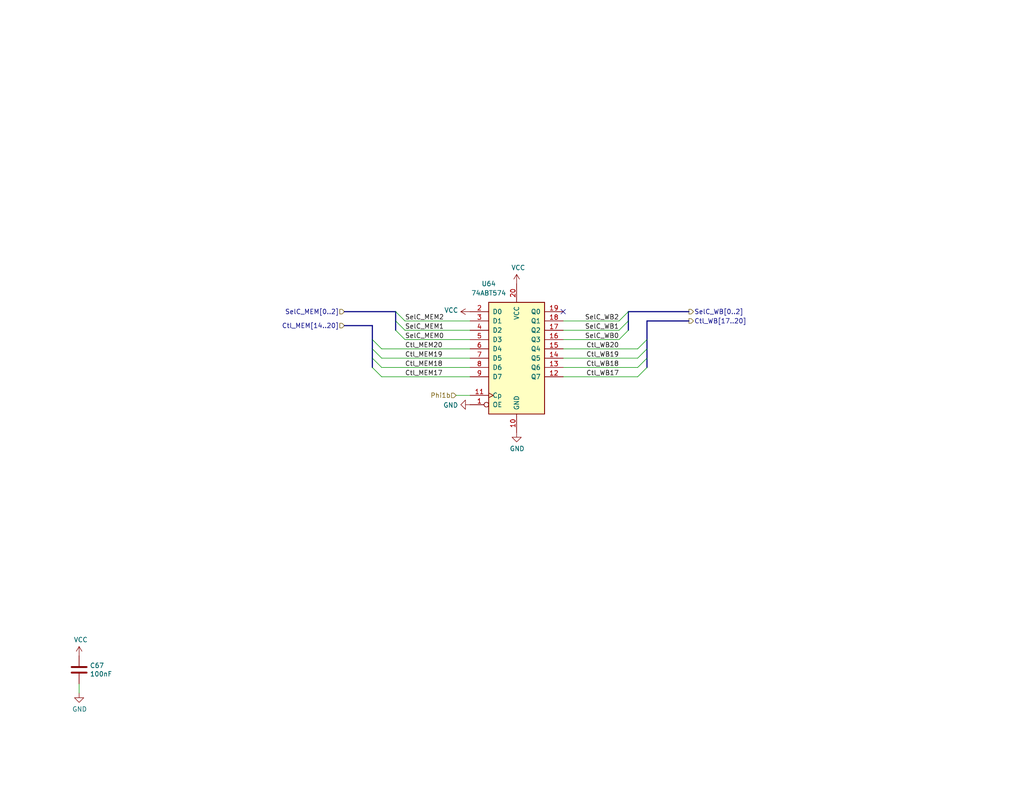
<source format=kicad_sch>
(kicad_sch (version 20230121) (generator eeschema)
  (paper "USLetter")
  (title_block (title "MEM/WB: Control Word Register") (date "2022-09-25") (rev "C"))
  (lib_symbols
    (symbol "74xx:74LS574" (pin_names (offset 1.016))
      (property "Reference" "U" (at -7.62 16.51 0))
      (property "Value" "74LS574" (at -7.62 -16.51 0))
      (symbol "74LS574_1_0"
        (pin input inverted (at -12.7 -12.7 0) (length 5.08) (name "OE") (number "1"))
        (pin power_in line (at 0 -20.32 90) (length 5.08) (name "GND") (number "10"))
        (pin input clock (at -12.7 -10.16 0) (length 5.08) (name "Cp") (number "11"))
        (pin tri_state line (at 12.7 -5.08 180) (length 5.08) (name "Q7") (number "12"))
        (pin tri_state line (at 12.7 -2.54 180) (length 5.08) (name "Q6") (number "13"))
        (pin tri_state line (at 12.7 0 180) (length 5.08) (name "Q5") (number "14"))
        (pin tri_state line (at 12.7 2.54 180) (length 5.08) (name "Q4") (number "15"))
        (pin tri_state line (at 12.7 5.08 180) (length 5.08) (name "Q3") (number "16"))
        (pin tri_state line (at 12.7 7.62 180) (length 5.08) (name "Q2") (number "17"))
        (pin tri_state line (at 12.7 10.16 180) (length 5.08) (name "Q1") (number "18"))
        (pin tri_state line (at 12.7 12.7 180) (length 5.08) (name "Q0") (number "19"))
        (pin input line (at -12.7 12.7 0) (length 5.08) (name "D0") (number "2"))
        (pin power_in line (at 0 20.32 270) (length 5.08) (name "VCC") (number "20"))
        (pin input line (at -12.7 10.16 0) (length 5.08) (name "D1") (number "3"))
        (pin input line (at -12.7 7.62 0) (length 5.08) (name "D2") (number "4"))
        (pin input line (at -12.7 5.08 0) (length 5.08) (name "D3") (number "5"))
        (pin input line (at -12.7 2.54 0) (length 5.08) (name "D4") (number "6"))
        (pin input line (at -12.7 0 0) (length 5.08) (name "D5") (number "7"))
        (pin input line (at -12.7 -2.54 0) (length 5.08) (name "D6") (number "8"))
        (pin input line (at -12.7 -5.08 0) (length 5.08) (name "D7") (number "9"))
      )
      (symbol "74LS574_1_1"
        (rectangle (start -7.62 15.24) (end 7.62 -15.24) (stroke (width 0.254)) (fill (type background)))
      )
    )
    (symbol "Device:C" (pin_numbers hide) (pin_names (offset 0.254))
      (property "Reference" "C" (at 0.635 2.54 0))
      (property "Value" "C" (at 0.635 -2.54 0))
      (symbol "C_0_1"
        (polyline (pts (xy -2.032 -0.762) (xy 2.032 -0.762)) (stroke (width 0.508)))
        (polyline (pts (xy -2.032 0.762) (xy 2.032 0.762)) (stroke (width 0.508)))
      )
      (symbol "C_1_1"
        (pin passive line (at 0 3.81 270) (length 2.794) (name "~") (number "1"))
        (pin passive line (at 0 -3.81 90) (length 2.794) (name "~") (number "2"))
      )
    )
    (symbol "power:GND" (power) (pin_names (offset 0))
      (property "Value" "GND" (at 0 -3.81 0))
      (symbol "GND_0_1"
        (polyline (pts (xy 0 0) (xy 0 -1.27) (xy 1.27 -1.27) (xy 0 -2.54) (xy -1.27 -1.27) (xy 0 -1.27)))
      )
      (symbol "GND_1_1"
        (pin power_in line (at 0 0 270) (length 0) hide (name "GND") (number "1"))
      )
    )
    (symbol "power:VCC" (power) (pin_names (offset 0))
      (property "Value" "VCC" (at 0 3.81 0))
      (symbol "VCC_0_1"
        (polyline (pts (xy -0.762 1.27) (xy 0 2.54)))
        (polyline (pts (xy 0 0) (xy 0 2.54)))
        (polyline (pts (xy 0 2.54) (xy 0.762 1.27)))
      )
      (symbol "VCC_1_1"
        (pin power_in line (at 0 0 90) (length 0) hide (name "VCC") (number "1"))
      )
    )
  )
  (no_connect (at 153.67 85.09))
  (bus_entry (at 176.53 95.25) (size -2.54 2.54))
  (bus_entry (at 176.53 100.33) (size -2.54 2.54))
  (bus_entry (at 101.6 100.33) (size 2.54 2.54))
  (bus_entry (at 171.45 90.17) (size -2.54 2.54))
  (bus_entry (at 101.6 97.79) (size 2.54 2.54))
  (bus_entry (at 176.53 92.71) (size -2.54 2.54))
  (bus_entry (at 107.95 87.63) (size 2.54 2.54))
  (bus_entry (at 107.95 85.09) (size 2.54 2.54))
  (bus_entry (at 171.45 87.63) (size -2.54 2.54))
  (bus_entry (at 107.95 90.17) (size 2.54 2.54))
  (bus_entry (at 171.45 85.09) (size -2.54 2.54))
  (bus_entry (at 176.53 97.79) (size -2.54 2.54))
  (bus_entry (at 101.6 95.25) (size 2.54 2.54))
  (bus_entry (at 101.6 92.71) (size 2.54 2.54))
  (wire (pts (xy 104.14 95.25) (xy 128.27 95.25)))
  (wire (pts (xy 173.99 97.79) (xy 153.67 97.79)))
  (wire (pts (xy 128.27 90.17) (xy 110.49 90.17)))
  (bus (pts (xy 187.96 85.09) (xy 171.45 85.09)))
  (wire (pts (xy 173.99 102.87) (xy 153.67 102.87)))
  (bus (pts (xy 107.95 85.09) (xy 107.95 87.63)))
  (bus (pts (xy 176.53 97.79) (xy 176.53 100.33)))
  (wire (pts (xy 21.59 189.23) (xy 21.59 186.69)))
  (wire (pts (xy 104.14 100.33) (xy 128.27 100.33)))
  (bus (pts (xy 107.95 87.63) (xy 107.95 90.17)))
  (bus (pts (xy 93.98 88.9) (xy 101.6 88.9)))
  (bus (pts (xy 101.6 92.71) (xy 101.6 95.25)))
  (bus (pts (xy 176.53 92.71) (xy 176.53 95.25)))
  (bus (pts (xy 176.53 87.63) (xy 176.53 92.71)))
  (bus (pts (xy 101.6 97.79) (xy 101.6 100.33)))
  (wire (pts (xy 173.99 100.33) (xy 153.67 100.33)))
  (bus (pts (xy 171.45 85.09) (xy 171.45 87.63)))
  (wire (pts (xy 173.99 95.25) (xy 153.67 95.25)))
  (bus (pts (xy 101.6 88.9) (xy 101.6 92.71)))
  (bus (pts (xy 187.96 87.63) (xy 176.53 87.63)))
  (bus (pts (xy 171.45 87.63) (xy 171.45 90.17)))
  (bus (pts (xy 93.98 85.09) (xy 107.95 85.09)))
  (wire (pts (xy 104.14 102.87) (xy 128.27 102.87)))
  (wire (pts (xy 104.14 97.79) (xy 128.27 97.79)))
  (bus (pts (xy 101.6 95.25) (xy 101.6 97.79)))
  (wire (pts (xy 124.46 107.95) (xy 128.27 107.95)))
  (bus (pts (xy 176.53 95.25) (xy 176.53 97.79)))
  (wire (pts (xy 168.91 87.63) (xy 153.67 87.63)))
  (wire (pts (xy 168.91 92.71) (xy 153.67 92.71)))
  (wire (pts (xy 128.27 87.63) (xy 110.49 87.63)))
  (wire (pts (xy 168.91 90.17) (xy 153.67 90.17)))
  (wire (pts (xy 128.27 92.71) (xy 110.49 92.71)))
  (label "Ctl_WB19" (at 168.91 97.79 180))
  (label "SelC_WB0" (at 168.91 92.71 180))
  (label "Ctl_MEM20" (at 110.49 95.25 0))
  (label "Ctl_WB18" (at 168.91 100.33 180))
  (label "SelC_MEM1" (at 110.49 90.17 0))
  (label "SelC_WB2" (at 168.91 87.63 180))
  (label "SelC_MEM2" (at 110.49 87.63 0))
  (label "SelC_MEM0" (at 110.49 92.71 0))
  (label "SelC_WB1" (at 168.91 90.17 180))
  (label "Ctl_MEM17" (at 110.49 102.87 0))
  (label "Ctl_MEM19" (at 110.49 97.79 0))
  (label "Ctl_WB20" (at 168.91 95.25 180))
  (label "Ctl_MEM18" (at 110.49 100.33 0))
  (label "Ctl_WB17" (at 168.91 102.87 180))
  (hierarchical_label "Ctl_WB[17..20]" (shape output) (at 187.96 87.63 0))
  (hierarchical_label "SelC_WB[0..2]" (shape output) (at 187.96 85.09 0))
  (hierarchical_label "SelC_MEM[0..2]" (shape input) (at 93.98 85.09 180))
  (hierarchical_label "Ctl_MEM[14..20]" (shape input) (at 93.98 88.9 180))
  (hierarchical_label "Phi1b" (shape input) (at 124.46 107.95 180))
  (symbol (lib_id "power:VCC") (at 128.27 85.09 90) (unit 1)
    (property "Reference" "#PWR0345" (effects hide))
    (property "Value" "VCC" (at 125.0442 84.709 90) (effects (justify left)))
  )
  (symbol (lib_id "power:GND") (at 128.27 110.49 270) (unit 1)
    (property "Reference" "#PWR0346" (effects hide))
    (property "Value" "GND" (at 125.0188 110.617 90) (effects (justify right)))
  )
  (symbol (lib_id "power:GND") (at 140.97 118.11 0) (unit 1)
    (property "Reference" "#PWR0348" (effects hide))
    (property "Value" "GND" (at 141.097 122.5042 0))
  )
  (symbol (lib_id "power:VCC") (at 140.97 77.47 0) (unit 1)
    (property "Reference" "#PWR0347" (effects hide))
    (property "Value" "VCC" (at 141.4018 73.0758 0))
  )
  (symbol (lib_id "74xx:74LS574") (at 140.97 97.79 0) (unit 1)
    (property "Reference" "U64" (at 133.35 77.47 0))
    (property "Value" "74ABT574" (at 133.35 80.01 0))
    (property "Footprint" "Package_SO:TSSOP-20_4.4x6.5mm_P0.65mm" (effects hide))
    (property "Datasheet" "http://www.ti.com/lit/gpn/sn74LS574" (effects hide))
    (property "Mouser" "https://www.mouser.com/ProductDetail/Texas-Instruments/SN74ABT574APWR?qs=0OT4q4QBUTK6FyQPmQhDOg%3D%3D" (effects hide))
  )
  (symbol (lib_id "Device:C") (at 21.59 182.88 0) (unit 1)
    (property "Reference" "C67" (at 24.511 181.7116 0) (effects (justify left)))
    (property "Value" "100nF" (at 24.511 184.023 0) (effects (justify left)))
    (property "Footprint" "Capacitor_SMD:C_0603_1608Metric_Pad1.08x0.95mm_HandSolder" (effects hide))
    (property "Mouser" "https://www.mouser.com/ProductDetail/963-EMK107B7104KAHT" (effects hide))
  )
  (symbol (lib_id "power:VCC") (at 21.59 179.07 0) (unit 1)
    (property "Reference" "#PWR0343" (effects hide))
    (property "Value" "VCC" (at 22.0218 174.6758 0))
  )
  (symbol (lib_id "power:GND") (at 21.59 189.23 0) (unit 1)
    (property "Reference" "#PWR0344" (effects hide))
    (property "Value" "GND" (at 21.717 193.6242 0))
  )
)
</source>
